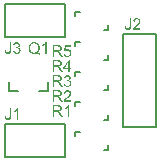
<source format=gto>
G04 Layer_Color=65535*
%FSLAX25Y25*%
%MOIN*%
G70*
G01*
G75*
%ADD17C,0.00600*%
G36*
X118939Y139000D02*
X118467D01*
Y142002D01*
X118461Y141997D01*
X118433Y141975D01*
X118400Y141941D01*
X118345Y141903D01*
X118284Y141853D01*
X118206Y141797D01*
X118117Y141736D01*
X118017Y141675D01*
X118012D01*
X118006Y141670D01*
X117973Y141647D01*
X117917Y141620D01*
X117851Y141586D01*
X117773Y141548D01*
X117690Y141509D01*
X117606Y141470D01*
X117523Y141436D01*
Y141892D01*
X117529D01*
X117540Y141903D01*
X117562Y141908D01*
X117590Y141925D01*
X117623Y141941D01*
X117662Y141964D01*
X117756Y142019D01*
X117867Y142080D01*
X117978Y142158D01*
X118095Y142247D01*
X118211Y142341D01*
X118217Y142347D01*
X118223Y142352D01*
X118239Y142369D01*
X118261Y142385D01*
X118311Y142441D01*
X118378Y142508D01*
X118445Y142585D01*
X118517Y142674D01*
X118578Y142763D01*
X118633Y142857D01*
X118939D01*
Y139000D01*
D02*
G37*
G36*
X114926Y142902D02*
X114976D01*
X115026Y142896D01*
X115092Y142885D01*
X115159Y142874D01*
X115303Y142846D01*
X115470Y142802D01*
X115631Y142735D01*
X115714Y142696D01*
X115797Y142652D01*
X115803Y142646D01*
X115814Y142641D01*
X115836Y142624D01*
X115869Y142607D01*
X115903Y142580D01*
X115947Y142546D01*
X116041Y142469D01*
X116141Y142369D01*
X116252Y142247D01*
X116358Y142102D01*
X116447Y141941D01*
Y141936D01*
X116458Y141919D01*
X116469Y141897D01*
X116480Y141864D01*
X116502Y141819D01*
X116519Y141770D01*
X116541Y141708D01*
X116563Y141642D01*
X116580Y141570D01*
X116602Y141492D01*
X116624Y141409D01*
X116641Y141320D01*
X116663Y141126D01*
X116674Y140920D01*
Y140915D01*
Y140898D01*
Y140876D01*
Y140843D01*
X116669Y140798D01*
Y140748D01*
X116663Y140693D01*
X116657Y140637D01*
X116641Y140504D01*
X116613Y140360D01*
X116580Y140210D01*
X116530Y140066D01*
Y140060D01*
X116524Y140049D01*
X116513Y140027D01*
X116502Y140005D01*
X116485Y139971D01*
X116469Y139932D01*
X116424Y139844D01*
X116363Y139738D01*
X116286Y139627D01*
X116197Y139516D01*
X116097Y139405D01*
X116102D01*
X116114Y139394D01*
X116130Y139383D01*
X116158Y139366D01*
X116186Y139344D01*
X116225Y139322D01*
X116308Y139272D01*
X116408Y139211D01*
X116519Y139150D01*
X116635Y139100D01*
X116746Y139050D01*
X116596Y138700D01*
X116591D01*
X116580Y138706D01*
X116558Y138717D01*
X116524Y138728D01*
X116485Y138745D01*
X116441Y138767D01*
X116391Y138789D01*
X116335Y138817D01*
X116213Y138883D01*
X116075Y138961D01*
X115925Y139061D01*
X115770Y139172D01*
X115764D01*
X115753Y139161D01*
X115725Y139150D01*
X115697Y139133D01*
X115653Y139117D01*
X115609Y139094D01*
X115553Y139078D01*
X115492Y139056D01*
X115425Y139033D01*
X115353Y139011D01*
X115192Y138972D01*
X115015Y138944D01*
X114920Y138939D01*
X114826Y138933D01*
X114776D01*
X114737Y138939D01*
X114693D01*
X114637Y138944D01*
X114576Y138956D01*
X114510Y138967D01*
X114365Y138995D01*
X114204Y139039D01*
X114038Y139100D01*
X113960Y139139D01*
X113877Y139183D01*
X113871Y139189D01*
X113860Y139194D01*
X113838Y139211D01*
X113810Y139227D01*
X113771Y139255D01*
X113733Y139289D01*
X113638Y139366D01*
X113533Y139466D01*
X113427Y139588D01*
X113322Y139727D01*
X113227Y139888D01*
Y139894D01*
X113216Y139910D01*
X113205Y139932D01*
X113194Y139966D01*
X113178Y140010D01*
X113155Y140060D01*
X113133Y140121D01*
X113117Y140188D01*
X113094Y140260D01*
X113072Y140338D01*
X113056Y140421D01*
X113033Y140515D01*
X113011Y140709D01*
X113000Y140915D01*
Y140920D01*
Y140943D01*
Y140970D01*
X113005Y141009D01*
Y141059D01*
X113011Y141120D01*
X113017Y141187D01*
X113028Y141259D01*
X113056Y141420D01*
X113094Y141592D01*
X113150Y141775D01*
X113227Y141953D01*
X113233Y141958D01*
X113239Y141975D01*
X113250Y141997D01*
X113272Y142030D01*
X113294Y142069D01*
X113322Y142114D01*
X113400Y142219D01*
X113488Y142330D01*
X113605Y142447D01*
X113733Y142563D01*
X113882Y142663D01*
X113888Y142669D01*
X113905Y142674D01*
X113927Y142685D01*
X113960Y142702D01*
X113999Y142719D01*
X114043Y142741D01*
X114099Y142763D01*
X114160Y142785D01*
X114232Y142807D01*
X114304Y142830D01*
X114465Y142868D01*
X114643Y142896D01*
X114737Y142907D01*
X114887D01*
X114926Y142902D01*
D02*
G37*
G36*
X122826Y121835D02*
X122876D01*
X122993Y121829D01*
X123115Y121813D01*
X123248Y121796D01*
X123370Y121768D01*
X123431Y121752D01*
X123481Y121735D01*
X123486D01*
X123492Y121730D01*
X123525Y121713D01*
X123575Y121691D01*
X123636Y121652D01*
X123703Y121602D01*
X123775Y121535D01*
X123842Y121458D01*
X123908Y121369D01*
Y121363D01*
X123914Y121358D01*
X123936Y121325D01*
X123958Y121269D01*
X123992Y121197D01*
X124019Y121114D01*
X124047Y121014D01*
X124064Y120908D01*
X124069Y120792D01*
Y120786D01*
Y120775D01*
Y120753D01*
X124064Y120725D01*
Y120686D01*
X124058Y120647D01*
X124036Y120553D01*
X124003Y120442D01*
X123958Y120326D01*
X123892Y120209D01*
X123847Y120153D01*
X123803Y120098D01*
X123797Y120092D01*
X123792Y120087D01*
X123775Y120070D01*
X123753Y120054D01*
X123725Y120031D01*
X123692Y120009D01*
X123647Y119981D01*
X123603Y119948D01*
X123547Y119920D01*
X123486Y119893D01*
X123420Y119859D01*
X123348Y119832D01*
X123264Y119809D01*
X123181Y119781D01*
X123087Y119765D01*
X122987Y119748D01*
X122998Y119743D01*
X123020Y119732D01*
X123054Y119709D01*
X123098Y119687D01*
X123198Y119626D01*
X123248Y119587D01*
X123292Y119554D01*
X123303Y119543D01*
X123331Y119515D01*
X123375Y119471D01*
X123431Y119415D01*
X123492Y119338D01*
X123564Y119254D01*
X123636Y119154D01*
X123714Y119043D01*
X124374Y118000D01*
X123742D01*
X123237Y118799D01*
Y118805D01*
X123225Y118816D01*
X123214Y118833D01*
X123198Y118855D01*
X123159Y118916D01*
X123109Y118993D01*
X123048Y119077D01*
X122987Y119166D01*
X122926Y119249D01*
X122870Y119326D01*
X122865Y119332D01*
X122848Y119354D01*
X122820Y119387D01*
X122782Y119426D01*
X122698Y119510D01*
X122654Y119548D01*
X122609Y119582D01*
X122604Y119587D01*
X122593Y119593D01*
X122571Y119604D01*
X122537Y119621D01*
X122504Y119637D01*
X122465Y119654D01*
X122376Y119682D01*
X122371D01*
X122360Y119687D01*
X122338D01*
X122310Y119693D01*
X122271Y119698D01*
X122227D01*
X122166Y119704D01*
X121511D01*
Y118000D01*
X121000D01*
Y121841D01*
X122782D01*
X122826Y121835D01*
D02*
G37*
G36*
Y126835D02*
X122876D01*
X122993Y126830D01*
X123115Y126813D01*
X123248Y126796D01*
X123370Y126769D01*
X123431Y126752D01*
X123481Y126735D01*
X123486D01*
X123492Y126730D01*
X123525Y126713D01*
X123575Y126691D01*
X123636Y126652D01*
X123703Y126602D01*
X123775Y126535D01*
X123842Y126458D01*
X123908Y126369D01*
Y126363D01*
X123914Y126358D01*
X123936Y126324D01*
X123958Y126269D01*
X123992Y126197D01*
X124019Y126114D01*
X124047Y126014D01*
X124064Y125908D01*
X124069Y125792D01*
Y125786D01*
Y125775D01*
Y125753D01*
X124064Y125725D01*
Y125686D01*
X124058Y125647D01*
X124036Y125553D01*
X124003Y125442D01*
X123958Y125326D01*
X123892Y125209D01*
X123847Y125153D01*
X123803Y125098D01*
X123797Y125092D01*
X123792Y125087D01*
X123775Y125070D01*
X123753Y125054D01*
X123725Y125031D01*
X123692Y125009D01*
X123647Y124981D01*
X123603Y124948D01*
X123547Y124920D01*
X123486Y124893D01*
X123420Y124859D01*
X123348Y124831D01*
X123264Y124809D01*
X123181Y124782D01*
X123087Y124765D01*
X122987Y124748D01*
X122998Y124743D01*
X123020Y124732D01*
X123054Y124709D01*
X123098Y124687D01*
X123198Y124626D01*
X123248Y124587D01*
X123292Y124554D01*
X123303Y124543D01*
X123331Y124515D01*
X123375Y124471D01*
X123431Y124415D01*
X123492Y124338D01*
X123564Y124254D01*
X123636Y124154D01*
X123714Y124043D01*
X124374Y123000D01*
X123742D01*
X123237Y123799D01*
Y123805D01*
X123225Y123816D01*
X123214Y123832D01*
X123198Y123855D01*
X123159Y123916D01*
X123109Y123994D01*
X123048Y124077D01*
X122987Y124165D01*
X122926Y124249D01*
X122870Y124326D01*
X122865Y124332D01*
X122848Y124354D01*
X122820Y124388D01*
X122782Y124426D01*
X122698Y124510D01*
X122654Y124548D01*
X122609Y124582D01*
X122604Y124587D01*
X122593Y124593D01*
X122571Y124604D01*
X122537Y124621D01*
X122504Y124637D01*
X122465Y124654D01*
X122376Y124682D01*
X122371D01*
X122360Y124687D01*
X122338D01*
X122310Y124693D01*
X122271Y124698D01*
X122227D01*
X122166Y124704D01*
X121511D01*
Y123000D01*
X121000D01*
Y126841D01*
X122782D01*
X122826Y126835D01*
D02*
G37*
G36*
X126450Y118000D02*
X125978D01*
Y121002D01*
X125973Y120997D01*
X125945Y120975D01*
X125912Y120941D01*
X125856Y120903D01*
X125795Y120853D01*
X125717Y120797D01*
X125629Y120736D01*
X125529Y120675D01*
X125523D01*
X125518Y120670D01*
X125484Y120647D01*
X125429Y120620D01*
X125362Y120586D01*
X125285Y120547D01*
X125201Y120509D01*
X125118Y120470D01*
X125035Y120436D01*
Y120892D01*
X125040D01*
X125051Y120903D01*
X125074Y120908D01*
X125101Y120925D01*
X125135Y120941D01*
X125174Y120964D01*
X125268Y121019D01*
X125379Y121080D01*
X125490Y121158D01*
X125607Y121247D01*
X125723Y121341D01*
X125729Y121347D01*
X125734Y121352D01*
X125751Y121369D01*
X125773Y121386D01*
X125823Y121441D01*
X125890Y121508D01*
X125956Y121585D01*
X126028Y121674D01*
X126089Y121763D01*
X126145Y121857D01*
X126450D01*
Y118000D01*
D02*
G37*
G36*
X109085Y142852D02*
X109157Y142841D01*
X109246Y142824D01*
X109346Y142796D01*
X109446Y142763D01*
X109546Y142719D01*
X109551D01*
X109556Y142713D01*
X109590Y142696D01*
X109640Y142663D01*
X109695Y142624D01*
X109762Y142569D01*
X109828Y142508D01*
X109895Y142435D01*
X109951Y142352D01*
X109956Y142341D01*
X109973Y142313D01*
X109995Y142263D01*
X110023Y142202D01*
X110050Y142130D01*
X110073Y142047D01*
X110089Y141953D01*
X110095Y141858D01*
Y141847D01*
Y141814D01*
X110089Y141770D01*
X110078Y141708D01*
X110062Y141636D01*
X110034Y141559D01*
X110001Y141481D01*
X109956Y141403D01*
X109951Y141392D01*
X109934Y141370D01*
X109901Y141331D01*
X109856Y141287D01*
X109801Y141237D01*
X109734Y141181D01*
X109656Y141131D01*
X109562Y141081D01*
X109568D01*
X109579Y141076D01*
X109595Y141070D01*
X109618Y141065D01*
X109679Y141042D01*
X109756Y141009D01*
X109845Y140965D01*
X109934Y140909D01*
X110017Y140837D01*
X110095Y140754D01*
X110100Y140743D01*
X110123Y140709D01*
X110156Y140654D01*
X110189Y140582D01*
X110223Y140493D01*
X110256Y140387D01*
X110278Y140265D01*
X110284Y140132D01*
Y140127D01*
Y140110D01*
Y140082D01*
X110278Y140049D01*
X110273Y140005D01*
X110261Y139955D01*
X110250Y139899D01*
X110239Y139838D01*
X110195Y139705D01*
X110161Y139633D01*
X110128Y139566D01*
X110084Y139494D01*
X110034Y139422D01*
X109978Y139350D01*
X109912Y139283D01*
X109906Y139278D01*
X109895Y139266D01*
X109873Y139250D01*
X109845Y139227D01*
X109812Y139200D01*
X109767Y139172D01*
X109718Y139139D01*
X109656Y139111D01*
X109595Y139078D01*
X109523Y139044D01*
X109451Y139017D01*
X109368Y138989D01*
X109279Y138967D01*
X109185Y138950D01*
X109090Y138939D01*
X108985Y138933D01*
X108935D01*
X108902Y138939D01*
X108857Y138944D01*
X108807Y138950D01*
X108752Y138961D01*
X108691Y138972D01*
X108557Y139005D01*
X108419Y139061D01*
X108347Y139094D01*
X108280Y139133D01*
X108213Y139183D01*
X108147Y139233D01*
X108141Y139239D01*
X108130Y139250D01*
X108114Y139266D01*
X108097Y139289D01*
X108069Y139316D01*
X108041Y139355D01*
X108008Y139394D01*
X107975Y139444D01*
X107941Y139499D01*
X107908Y139555D01*
X107847Y139688D01*
X107797Y139844D01*
X107781Y139927D01*
X107770Y140016D01*
X108241Y140077D01*
Y140071D01*
X108247Y140060D01*
X108252Y140038D01*
X108258Y140010D01*
X108263Y139977D01*
X108274Y139938D01*
X108302Y139855D01*
X108341Y139755D01*
X108391Y139660D01*
X108447Y139572D01*
X108513Y139494D01*
X108524Y139488D01*
X108546Y139466D01*
X108591Y139438D01*
X108646Y139411D01*
X108713Y139377D01*
X108796Y139350D01*
X108891Y139327D01*
X108991Y139322D01*
X109024D01*
X109046Y139327D01*
X109107Y139333D01*
X109185Y139350D01*
X109274Y139377D01*
X109368Y139416D01*
X109462Y139472D01*
X109551Y139550D01*
X109562Y139560D01*
X109590Y139594D01*
X109623Y139644D01*
X109668Y139710D01*
X109712Y139794D01*
X109745Y139888D01*
X109773Y139999D01*
X109784Y140121D01*
Y140127D01*
Y140138D01*
Y140154D01*
X109778Y140177D01*
X109773Y140238D01*
X109756Y140310D01*
X109734Y140399D01*
X109695Y140487D01*
X109640Y140576D01*
X109568Y140659D01*
X109556Y140671D01*
X109529Y140693D01*
X109484Y140726D01*
X109423Y140765D01*
X109346Y140804D01*
X109251Y140837D01*
X109146Y140859D01*
X109029Y140870D01*
X108979D01*
X108940Y140865D01*
X108891Y140859D01*
X108835Y140848D01*
X108768Y140837D01*
X108696Y140820D01*
X108752Y141237D01*
X108780D01*
X108802Y141231D01*
X108874D01*
X108935Y141242D01*
X109007Y141253D01*
X109090Y141270D01*
X109185Y141298D01*
X109274Y141337D01*
X109368Y141386D01*
X109373D01*
X109379Y141392D01*
X109407Y141414D01*
X109446Y141453D01*
X109490Y141503D01*
X109534Y141575D01*
X109573Y141658D01*
X109601Y141753D01*
X109612Y141808D01*
Y141869D01*
Y141875D01*
Y141880D01*
Y141914D01*
X109601Y141958D01*
X109590Y142019D01*
X109568Y142086D01*
X109540Y142158D01*
X109495Y142230D01*
X109434Y142297D01*
X109429Y142302D01*
X109401Y142324D01*
X109362Y142352D01*
X109312Y142385D01*
X109246Y142413D01*
X109168Y142441D01*
X109079Y142463D01*
X108979Y142469D01*
X108935D01*
X108885Y142458D01*
X108818Y142447D01*
X108746Y142424D01*
X108674Y142397D01*
X108596Y142352D01*
X108524Y142297D01*
X108519Y142291D01*
X108496Y142263D01*
X108463Y142225D01*
X108424Y142169D01*
X108386Y142097D01*
X108347Y142008D01*
X108313Y141903D01*
X108291Y141780D01*
X107819Y141864D01*
Y141869D01*
X107825Y141886D01*
X107831Y141908D01*
X107836Y141941D01*
X107847Y141980D01*
X107864Y142025D01*
X107897Y142130D01*
X107953Y142252D01*
X108019Y142374D01*
X108102Y142491D01*
X108208Y142596D01*
X108213Y142602D01*
X108224Y142607D01*
X108241Y142619D01*
X108263Y142635D01*
X108291Y142657D01*
X108330Y142680D01*
X108369Y142702D01*
X108419Y142730D01*
X108530Y142774D01*
X108657Y142818D01*
X108807Y142846D01*
X108885Y142857D01*
X109024D01*
X109085Y142852D01*
D02*
G37*
G36*
X107126Y118221D02*
Y118216D01*
Y118199D01*
Y118177D01*
Y118143D01*
X107120Y118099D01*
Y118054D01*
X107109Y117949D01*
X107098Y117827D01*
X107076Y117699D01*
X107042Y117583D01*
X107003Y117472D01*
Y117466D01*
X106998Y117461D01*
X106981Y117427D01*
X106954Y117383D01*
X106915Y117322D01*
X106859Y117261D01*
X106798Y117194D01*
X106720Y117128D01*
X106632Y117072D01*
X106621Y117067D01*
X106587Y117050D01*
X106537Y117028D01*
X106465Y117006D01*
X106376Y116978D01*
X106277Y116956D01*
X106166Y116939D01*
X106043Y116933D01*
X105993D01*
X105960Y116939D01*
X105916Y116945D01*
X105871Y116950D01*
X105755Y116972D01*
X105633Y117006D01*
X105505Y117055D01*
X105438Y117089D01*
X105377Y117128D01*
X105322Y117172D01*
X105266Y117222D01*
X105261Y117227D01*
X105255Y117233D01*
X105244Y117255D01*
X105227Y117278D01*
X105205Y117305D01*
X105183Y117344D01*
X105161Y117388D01*
X105133Y117438D01*
X105111Y117494D01*
X105089Y117561D01*
X105067Y117627D01*
X105044Y117705D01*
X105033Y117788D01*
X105017Y117882D01*
X105011Y117977D01*
Y118082D01*
X105472Y118149D01*
Y118143D01*
Y118132D01*
Y118110D01*
X105477Y118077D01*
X105483Y118043D01*
Y118005D01*
X105499Y117910D01*
X105516Y117810D01*
X105550Y117710D01*
X105583Y117622D01*
X105605Y117583D01*
X105633Y117550D01*
X105638Y117544D01*
X105660Y117527D01*
X105694Y117499D01*
X105738Y117472D01*
X105799Y117438D01*
X105866Y117416D01*
X105949Y117394D01*
X106038Y117388D01*
X106071D01*
X106104Y117394D01*
X106154Y117400D01*
X106204Y117411D01*
X106260Y117422D01*
X106315Y117444D01*
X106371Y117472D01*
X106376Y117477D01*
X106393Y117488D01*
X106415Y117511D01*
X106449Y117533D01*
X106476Y117572D01*
X106510Y117611D01*
X106537Y117655D01*
X106560Y117710D01*
Y117716D01*
X106571Y117738D01*
X106576Y117777D01*
X106587Y117827D01*
X106598Y117894D01*
X106604Y117977D01*
X106615Y118077D01*
Y118193D01*
Y120841D01*
X107126D01*
Y118221D01*
D02*
G37*
G36*
X109540Y117000D02*
X109068D01*
Y120002D01*
X109063Y119997D01*
X109035Y119975D01*
X109002Y119941D01*
X108946Y119903D01*
X108885Y119853D01*
X108807Y119797D01*
X108719Y119736D01*
X108619Y119675D01*
X108613D01*
X108607Y119670D01*
X108574Y119647D01*
X108519Y119620D01*
X108452Y119586D01*
X108374Y119547D01*
X108291Y119509D01*
X108208Y119470D01*
X108125Y119436D01*
Y119892D01*
X108130D01*
X108141Y119903D01*
X108163Y119908D01*
X108191Y119925D01*
X108224Y119941D01*
X108263Y119964D01*
X108358Y120019D01*
X108469Y120080D01*
X108580Y120158D01*
X108696Y120247D01*
X108813Y120341D01*
X108818Y120347D01*
X108824Y120352D01*
X108841Y120369D01*
X108863Y120386D01*
X108913Y120441D01*
X108979Y120508D01*
X109046Y120585D01*
X109118Y120674D01*
X109179Y120763D01*
X109235Y120857D01*
X109540D01*
Y117000D01*
D02*
G37*
G36*
X149129Y150852D02*
X149174Y150846D01*
X149229Y150841D01*
X149290Y150830D01*
X149351Y150818D01*
X149495Y150779D01*
X149640Y150724D01*
X149712Y150691D01*
X149784Y150652D01*
X149851Y150602D01*
X149912Y150547D01*
X149917Y150541D01*
X149928Y150535D01*
X149940Y150513D01*
X149962Y150491D01*
X149989Y150463D01*
X150017Y150424D01*
X150045Y150385D01*
X150078Y150336D01*
X150134Y150230D01*
X150189Y150097D01*
X150211Y150030D01*
X150223Y149953D01*
X150234Y149875D01*
X150239Y149792D01*
Y149780D01*
Y149753D01*
X150234Y149708D01*
X150228Y149647D01*
X150217Y149581D01*
X150195Y149503D01*
X150173Y149420D01*
X150139Y149337D01*
X150134Y149326D01*
X150123Y149298D01*
X150101Y149253D01*
X150067Y149192D01*
X150023Y149126D01*
X149967Y149042D01*
X149901Y148959D01*
X149823Y148865D01*
X149812Y148854D01*
X149784Y148820D01*
X149756Y148793D01*
X149729Y148765D01*
X149695Y148732D01*
X149651Y148687D01*
X149607Y148643D01*
X149551Y148593D01*
X149495Y148537D01*
X149429Y148476D01*
X149357Y148415D01*
X149279Y148343D01*
X149190Y148271D01*
X149101Y148193D01*
X149096Y148188D01*
X149085Y148177D01*
X149063Y148160D01*
X149035Y148138D01*
X149002Y148104D01*
X148963Y148071D01*
X148874Y147999D01*
X148779Y147916D01*
X148691Y147833D01*
X148613Y147760D01*
X148580Y147733D01*
X148552Y147705D01*
X148547Y147699D01*
X148530Y147683D01*
X148508Y147660D01*
X148480Y147627D01*
X148452Y147588D01*
X148419Y147549D01*
X148352Y147455D01*
X150245D01*
Y147000D01*
X147697D01*
Y147005D01*
Y147028D01*
Y147061D01*
X147703Y147105D01*
X147708Y147155D01*
X147720Y147211D01*
X147731Y147266D01*
X147753Y147327D01*
Y147333D01*
X147758Y147339D01*
X147769Y147372D01*
X147792Y147422D01*
X147825Y147488D01*
X147869Y147566D01*
X147925Y147655D01*
X147986Y147744D01*
X148064Y147838D01*
Y147844D01*
X148075Y147849D01*
X148102Y147882D01*
X148152Y147932D01*
X148224Y148004D01*
X148308Y148088D01*
X148413Y148188D01*
X148541Y148299D01*
X148680Y148415D01*
X148685Y148421D01*
X148707Y148437D01*
X148741Y148465D01*
X148779Y148498D01*
X148829Y148543D01*
X148891Y148593D01*
X148952Y148648D01*
X149024Y148709D01*
X149162Y148843D01*
X149301Y148976D01*
X149368Y149042D01*
X149429Y149109D01*
X149484Y149170D01*
X149529Y149231D01*
Y149237D01*
X149540Y149242D01*
X149551Y149259D01*
X149562Y149281D01*
X149601Y149342D01*
X149645Y149414D01*
X149684Y149503D01*
X149723Y149597D01*
X149745Y149703D01*
X149756Y149803D01*
Y149808D01*
Y149814D01*
X149751Y149847D01*
X149745Y149903D01*
X149729Y149964D01*
X149706Y150041D01*
X149668Y150119D01*
X149618Y150197D01*
X149551Y150275D01*
X149540Y150286D01*
X149512Y150308D01*
X149473Y150336D01*
X149412Y150374D01*
X149335Y150408D01*
X149246Y150441D01*
X149140Y150463D01*
X149024Y150469D01*
X148990D01*
X148968Y150463D01*
X148902Y150458D01*
X148824Y150441D01*
X148741Y150419D01*
X148646Y150380D01*
X148557Y150330D01*
X148474Y150263D01*
X148463Y150252D01*
X148441Y150224D01*
X148408Y150180D01*
X148374Y150114D01*
X148336Y150036D01*
X148302Y149936D01*
X148280Y149825D01*
X148269Y149697D01*
X147786Y149747D01*
Y149753D01*
X147792Y149769D01*
Y149797D01*
X147797Y149836D01*
X147808Y149880D01*
X147819Y149930D01*
X147836Y149992D01*
X147853Y150052D01*
X147897Y150186D01*
X147964Y150319D01*
X148003Y150385D01*
X148053Y150452D01*
X148102Y150513D01*
X148158Y150569D01*
X148163Y150574D01*
X148175Y150580D01*
X148191Y150596D01*
X148219Y150613D01*
X148252Y150635D01*
X148291Y150657D01*
X148336Y150685D01*
X148391Y150713D01*
X148452Y150741D01*
X148519Y150768D01*
X148591Y150791D01*
X148669Y150813D01*
X148752Y150830D01*
X148841Y150846D01*
X148935Y150852D01*
X149035Y150857D01*
X149090D01*
X149129Y150852D01*
D02*
G37*
G36*
X107126Y140221D02*
Y140216D01*
Y140199D01*
Y140177D01*
Y140143D01*
X107120Y140099D01*
Y140055D01*
X107109Y139949D01*
X107098Y139827D01*
X107076Y139699D01*
X107042Y139583D01*
X107003Y139472D01*
Y139466D01*
X106998Y139461D01*
X106981Y139427D01*
X106954Y139383D01*
X106915Y139322D01*
X106859Y139261D01*
X106798Y139194D01*
X106720Y139128D01*
X106632Y139072D01*
X106621Y139067D01*
X106587Y139050D01*
X106537Y139028D01*
X106465Y139005D01*
X106376Y138978D01*
X106277Y138956D01*
X106166Y138939D01*
X106043Y138933D01*
X105993D01*
X105960Y138939D01*
X105916Y138944D01*
X105871Y138950D01*
X105755Y138972D01*
X105633Y139005D01*
X105505Y139056D01*
X105438Y139089D01*
X105377Y139128D01*
X105322Y139172D01*
X105266Y139222D01*
X105261Y139227D01*
X105255Y139233D01*
X105244Y139255D01*
X105227Y139278D01*
X105205Y139305D01*
X105183Y139344D01*
X105161Y139389D01*
X105133Y139438D01*
X105111Y139494D01*
X105089Y139560D01*
X105067Y139627D01*
X105044Y139705D01*
X105033Y139788D01*
X105017Y139882D01*
X105011Y139977D01*
Y140082D01*
X105472Y140149D01*
Y140143D01*
Y140132D01*
Y140110D01*
X105477Y140077D01*
X105483Y140043D01*
Y140005D01*
X105499Y139910D01*
X105516Y139810D01*
X105550Y139710D01*
X105583Y139622D01*
X105605Y139583D01*
X105633Y139550D01*
X105638Y139544D01*
X105660Y139527D01*
X105694Y139499D01*
X105738Y139472D01*
X105799Y139438D01*
X105866Y139416D01*
X105949Y139394D01*
X106038Y139389D01*
X106071D01*
X106104Y139394D01*
X106154Y139400D01*
X106204Y139411D01*
X106260Y139422D01*
X106315Y139444D01*
X106371Y139472D01*
X106376Y139477D01*
X106393Y139488D01*
X106415Y139511D01*
X106449Y139533D01*
X106476Y139572D01*
X106510Y139611D01*
X106537Y139655D01*
X106560Y139710D01*
Y139716D01*
X106571Y139738D01*
X106576Y139777D01*
X106587Y139827D01*
X106598Y139894D01*
X106604Y139977D01*
X106615Y140077D01*
Y140193D01*
Y142841D01*
X107126D01*
Y140221D01*
D02*
G37*
G36*
X147126Y148221D02*
Y148215D01*
Y148199D01*
Y148177D01*
Y148143D01*
X147120Y148099D01*
Y148055D01*
X147109Y147949D01*
X147098Y147827D01*
X147076Y147699D01*
X147042Y147583D01*
X147003Y147472D01*
Y147466D01*
X146998Y147461D01*
X146981Y147427D01*
X146954Y147383D01*
X146915Y147322D01*
X146859Y147261D01*
X146798Y147194D01*
X146721Y147128D01*
X146632Y147072D01*
X146621Y147067D01*
X146587Y147050D01*
X146537Y147028D01*
X146465Y147005D01*
X146376Y146978D01*
X146276Y146956D01*
X146166Y146939D01*
X146043Y146933D01*
X145993D01*
X145960Y146939D01*
X145916Y146944D01*
X145871Y146950D01*
X145755Y146972D01*
X145633Y147005D01*
X145505Y147055D01*
X145438Y147089D01*
X145377Y147128D01*
X145322Y147172D01*
X145266Y147222D01*
X145261Y147228D01*
X145255Y147233D01*
X145244Y147255D01*
X145228Y147277D01*
X145205Y147305D01*
X145183Y147344D01*
X145161Y147389D01*
X145133Y147438D01*
X145111Y147494D01*
X145089Y147561D01*
X145067Y147627D01*
X145044Y147705D01*
X145033Y147788D01*
X145017Y147882D01*
X145011Y147977D01*
Y148082D01*
X145472Y148149D01*
Y148143D01*
Y148132D01*
Y148110D01*
X145477Y148077D01*
X145483Y148043D01*
Y148004D01*
X145500Y147910D01*
X145516Y147810D01*
X145549Y147710D01*
X145583Y147622D01*
X145605Y147583D01*
X145633Y147549D01*
X145638Y147544D01*
X145660Y147527D01*
X145694Y147500D01*
X145738Y147472D01*
X145799Y147438D01*
X145866Y147416D01*
X145949Y147394D01*
X146038Y147389D01*
X146071D01*
X146104Y147394D01*
X146154Y147400D01*
X146204Y147411D01*
X146260Y147422D01*
X146315Y147444D01*
X146371Y147472D01*
X146376Y147477D01*
X146393Y147488D01*
X146415Y147511D01*
X146449Y147533D01*
X146476Y147572D01*
X146510Y147610D01*
X146537Y147655D01*
X146560Y147710D01*
Y147716D01*
X146571Y147738D01*
X146576Y147777D01*
X146587Y147827D01*
X146598Y147894D01*
X146604Y147977D01*
X146615Y148077D01*
Y148193D01*
Y150841D01*
X147126D01*
Y148221D01*
D02*
G37*
G36*
X126039Y126852D02*
X126084Y126846D01*
X126139Y126841D01*
X126200Y126830D01*
X126261Y126818D01*
X126406Y126779D01*
X126550Y126724D01*
X126622Y126691D01*
X126694Y126652D01*
X126761Y126602D01*
X126822Y126547D01*
X126828Y126541D01*
X126839Y126535D01*
X126850Y126513D01*
X126872Y126491D01*
X126900Y126463D01*
X126927Y126424D01*
X126955Y126385D01*
X126988Y126336D01*
X127044Y126230D01*
X127100Y126097D01*
X127122Y126030D01*
X127133Y125953D01*
X127144Y125875D01*
X127149Y125792D01*
Y125780D01*
Y125753D01*
X127144Y125708D01*
X127138Y125647D01*
X127127Y125581D01*
X127105Y125503D01*
X127083Y125420D01*
X127050Y125337D01*
X127044Y125326D01*
X127033Y125298D01*
X127011Y125253D01*
X126977Y125192D01*
X126933Y125126D01*
X126877Y125042D01*
X126811Y124959D01*
X126733Y124865D01*
X126722Y124854D01*
X126694Y124820D01*
X126667Y124793D01*
X126639Y124765D01*
X126605Y124732D01*
X126561Y124687D01*
X126517Y124643D01*
X126461Y124593D01*
X126406Y124537D01*
X126339Y124476D01*
X126267Y124415D01*
X126189Y124343D01*
X126101Y124271D01*
X126012Y124193D01*
X126006Y124188D01*
X125995Y124177D01*
X125973Y124160D01*
X125945Y124138D01*
X125912Y124104D01*
X125873Y124071D01*
X125784Y123999D01*
X125690Y123916D01*
X125601Y123832D01*
X125523Y123760D01*
X125490Y123733D01*
X125462Y123705D01*
X125457Y123699D01*
X125440Y123683D01*
X125418Y123660D01*
X125390Y123627D01*
X125362Y123588D01*
X125329Y123549D01*
X125262Y123455D01*
X127155D01*
Y123000D01*
X124608D01*
Y123005D01*
Y123028D01*
Y123061D01*
X124613Y123105D01*
X124619Y123155D01*
X124630Y123211D01*
X124641Y123266D01*
X124663Y123327D01*
Y123333D01*
X124669Y123339D01*
X124680Y123372D01*
X124702Y123422D01*
X124735Y123488D01*
X124779Y123566D01*
X124835Y123655D01*
X124896Y123744D01*
X124974Y123838D01*
Y123844D01*
X124985Y123849D01*
X125013Y123882D01*
X125063Y123932D01*
X125135Y124004D01*
X125218Y124088D01*
X125323Y124188D01*
X125451Y124299D01*
X125590Y124415D01*
X125595Y124421D01*
X125618Y124437D01*
X125651Y124465D01*
X125690Y124498D01*
X125740Y124543D01*
X125801Y124593D01*
X125862Y124648D01*
X125934Y124709D01*
X126073Y124843D01*
X126211Y124976D01*
X126278Y125042D01*
X126339Y125109D01*
X126395Y125170D01*
X126439Y125231D01*
Y125237D01*
X126450Y125242D01*
X126461Y125259D01*
X126472Y125281D01*
X126511Y125342D01*
X126556Y125414D01*
X126594Y125503D01*
X126633Y125597D01*
X126655Y125703D01*
X126667Y125803D01*
Y125808D01*
Y125814D01*
X126661Y125847D01*
X126655Y125903D01*
X126639Y125964D01*
X126617Y126041D01*
X126578Y126119D01*
X126528Y126197D01*
X126461Y126275D01*
X126450Y126286D01*
X126422Y126308D01*
X126383Y126336D01*
X126322Y126374D01*
X126245Y126408D01*
X126156Y126441D01*
X126050Y126463D01*
X125934Y126469D01*
X125901D01*
X125878Y126463D01*
X125812Y126458D01*
X125734Y126441D01*
X125651Y126419D01*
X125557Y126380D01*
X125468Y126330D01*
X125384Y126263D01*
X125373Y126252D01*
X125351Y126225D01*
X125318Y126180D01*
X125285Y126114D01*
X125246Y126036D01*
X125212Y125936D01*
X125190Y125825D01*
X125179Y125697D01*
X124696Y125747D01*
Y125753D01*
X124702Y125769D01*
Y125797D01*
X124707Y125836D01*
X124718Y125880D01*
X124730Y125930D01*
X124746Y125991D01*
X124763Y126052D01*
X124807Y126186D01*
X124874Y126319D01*
X124913Y126385D01*
X124963Y126452D01*
X125013Y126513D01*
X125068Y126569D01*
X125074Y126574D01*
X125085Y126580D01*
X125101Y126596D01*
X125129Y126613D01*
X125162Y126635D01*
X125201Y126657D01*
X125246Y126685D01*
X125301Y126713D01*
X125362Y126741D01*
X125429Y126769D01*
X125501Y126791D01*
X125579Y126813D01*
X125662Y126830D01*
X125751Y126846D01*
X125845Y126852D01*
X125945Y126857D01*
X126000D01*
X126039Y126852D01*
D02*
G37*
G36*
X122826Y136835D02*
X122876D01*
X122993Y136829D01*
X123115Y136813D01*
X123248Y136796D01*
X123370Y136768D01*
X123431Y136752D01*
X123481Y136735D01*
X123486D01*
X123492Y136730D01*
X123525Y136713D01*
X123575Y136691D01*
X123636Y136652D01*
X123703Y136602D01*
X123775Y136535D01*
X123842Y136458D01*
X123908Y136369D01*
Y136363D01*
X123914Y136358D01*
X123936Y136325D01*
X123958Y136269D01*
X123992Y136197D01*
X124019Y136114D01*
X124047Y136014D01*
X124064Y135908D01*
X124069Y135792D01*
Y135786D01*
Y135775D01*
Y135753D01*
X124064Y135725D01*
Y135686D01*
X124058Y135647D01*
X124036Y135553D01*
X124003Y135442D01*
X123958Y135326D01*
X123892Y135209D01*
X123847Y135153D01*
X123803Y135098D01*
X123797Y135092D01*
X123792Y135087D01*
X123775Y135070D01*
X123753Y135054D01*
X123725Y135031D01*
X123692Y135009D01*
X123647Y134981D01*
X123603Y134948D01*
X123547Y134920D01*
X123486Y134893D01*
X123420Y134859D01*
X123348Y134832D01*
X123264Y134809D01*
X123181Y134782D01*
X123087Y134765D01*
X122987Y134748D01*
X122998Y134743D01*
X123020Y134732D01*
X123054Y134709D01*
X123098Y134687D01*
X123198Y134626D01*
X123248Y134587D01*
X123292Y134554D01*
X123303Y134543D01*
X123331Y134515D01*
X123375Y134471D01*
X123431Y134415D01*
X123492Y134338D01*
X123564Y134254D01*
X123636Y134154D01*
X123714Y134043D01*
X124374Y133000D01*
X123742D01*
X123237Y133799D01*
Y133805D01*
X123225Y133816D01*
X123214Y133833D01*
X123198Y133855D01*
X123159Y133916D01*
X123109Y133993D01*
X123048Y134077D01*
X122987Y134166D01*
X122926Y134249D01*
X122870Y134326D01*
X122865Y134332D01*
X122848Y134354D01*
X122820Y134388D01*
X122782Y134426D01*
X122698Y134510D01*
X122654Y134548D01*
X122609Y134582D01*
X122604Y134587D01*
X122593Y134593D01*
X122571Y134604D01*
X122537Y134621D01*
X122504Y134637D01*
X122465Y134654D01*
X122376Y134682D01*
X122371D01*
X122360Y134687D01*
X122338D01*
X122310Y134693D01*
X122271Y134698D01*
X122227D01*
X122166Y134704D01*
X121511D01*
Y133000D01*
X121000D01*
Y136841D01*
X122782D01*
X122826Y136835D01*
D02*
G37*
G36*
X125995Y131852D02*
X126067Y131841D01*
X126156Y131824D01*
X126256Y131796D01*
X126356Y131763D01*
X126456Y131719D01*
X126461D01*
X126467Y131713D01*
X126500Y131696D01*
X126550Y131663D01*
X126605Y131624D01*
X126672Y131569D01*
X126739Y131508D01*
X126805Y131435D01*
X126861Y131352D01*
X126866Y131341D01*
X126883Y131313D01*
X126905Y131263D01*
X126933Y131202D01*
X126961Y131130D01*
X126983Y131047D01*
X126999Y130953D01*
X127005Y130858D01*
Y130847D01*
Y130814D01*
X126999Y130770D01*
X126988Y130708D01*
X126972Y130636D01*
X126944Y130559D01*
X126911Y130481D01*
X126866Y130403D01*
X126861Y130392D01*
X126844Y130370D01*
X126811Y130331D01*
X126767Y130287D01*
X126711Y130237D01*
X126644Y130181D01*
X126567Y130131D01*
X126472Y130081D01*
X126478D01*
X126489Y130076D01*
X126506Y130070D01*
X126528Y130065D01*
X126589Y130042D01*
X126667Y130009D01*
X126755Y129965D01*
X126844Y129909D01*
X126927Y129837D01*
X127005Y129754D01*
X127011Y129743D01*
X127033Y129709D01*
X127066Y129654D01*
X127100Y129582D01*
X127133Y129493D01*
X127166Y129387D01*
X127188Y129265D01*
X127194Y129132D01*
Y129127D01*
Y129110D01*
Y129082D01*
X127188Y129049D01*
X127183Y129005D01*
X127172Y128955D01*
X127161Y128899D01*
X127149Y128838D01*
X127105Y128705D01*
X127072Y128633D01*
X127038Y128566D01*
X126994Y128494D01*
X126944Y128422D01*
X126889Y128350D01*
X126822Y128283D01*
X126816Y128278D01*
X126805Y128266D01*
X126783Y128250D01*
X126755Y128227D01*
X126722Y128200D01*
X126678Y128172D01*
X126628Y128139D01*
X126567Y128111D01*
X126506Y128078D01*
X126433Y128044D01*
X126361Y128017D01*
X126278Y127989D01*
X126189Y127967D01*
X126095Y127950D01*
X126000Y127939D01*
X125895Y127933D01*
X125845D01*
X125812Y127939D01*
X125768Y127945D01*
X125717Y127950D01*
X125662Y127961D01*
X125601Y127972D01*
X125468Y128006D01*
X125329Y128061D01*
X125257Y128094D01*
X125190Y128133D01*
X125124Y128183D01*
X125057Y128233D01*
X125051Y128239D01*
X125040Y128250D01*
X125024Y128266D01*
X125007Y128289D01*
X124979Y128316D01*
X124952Y128355D01*
X124918Y128394D01*
X124885Y128444D01*
X124852Y128499D01*
X124818Y128555D01*
X124757Y128688D01*
X124707Y128844D01*
X124691Y128927D01*
X124680Y129016D01*
X125151Y129077D01*
Y129071D01*
X125157Y129060D01*
X125162Y129038D01*
X125168Y129010D01*
X125174Y128977D01*
X125185Y128938D01*
X125212Y128855D01*
X125251Y128755D01*
X125301Y128660D01*
X125357Y128572D01*
X125423Y128494D01*
X125434Y128488D01*
X125457Y128466D01*
X125501Y128438D01*
X125557Y128411D01*
X125623Y128377D01*
X125706Y128350D01*
X125801Y128327D01*
X125901Y128322D01*
X125934D01*
X125956Y128327D01*
X126017Y128333D01*
X126095Y128350D01*
X126184Y128377D01*
X126278Y128416D01*
X126372Y128472D01*
X126461Y128550D01*
X126472Y128560D01*
X126500Y128594D01*
X126533Y128644D01*
X126578Y128710D01*
X126622Y128794D01*
X126655Y128888D01*
X126683Y128999D01*
X126694Y129121D01*
Y129127D01*
Y129138D01*
Y129154D01*
X126689Y129177D01*
X126683Y129238D01*
X126667Y129310D01*
X126644Y129399D01*
X126605Y129487D01*
X126550Y129576D01*
X126478Y129659D01*
X126467Y129671D01*
X126439Y129693D01*
X126395Y129726D01*
X126333Y129765D01*
X126256Y129804D01*
X126162Y129837D01*
X126056Y129859D01*
X125940Y129870D01*
X125890D01*
X125851Y129865D01*
X125801Y129859D01*
X125745Y129848D01*
X125679Y129837D01*
X125607Y129820D01*
X125662Y130237D01*
X125690D01*
X125712Y130231D01*
X125784D01*
X125845Y130242D01*
X125917Y130253D01*
X126000Y130270D01*
X126095Y130298D01*
X126184Y130337D01*
X126278Y130386D01*
X126284D01*
X126289Y130392D01*
X126317Y130414D01*
X126356Y130453D01*
X126400Y130503D01*
X126445Y130575D01*
X126483Y130658D01*
X126511Y130753D01*
X126522Y130808D01*
Y130869D01*
Y130875D01*
Y130880D01*
Y130914D01*
X126511Y130958D01*
X126500Y131019D01*
X126478Y131086D01*
X126450Y131158D01*
X126406Y131230D01*
X126345Y131297D01*
X126339Y131302D01*
X126311Y131325D01*
X126272Y131352D01*
X126223Y131386D01*
X126156Y131413D01*
X126078Y131441D01*
X125989Y131463D01*
X125890Y131469D01*
X125845D01*
X125795Y131458D01*
X125729Y131447D01*
X125656Y131424D01*
X125584Y131397D01*
X125507Y131352D01*
X125434Y131297D01*
X125429Y131291D01*
X125407Y131263D01*
X125373Y131225D01*
X125335Y131169D01*
X125296Y131097D01*
X125257Y131008D01*
X125224Y130903D01*
X125201Y130780D01*
X124730Y130864D01*
Y130869D01*
X124735Y130886D01*
X124741Y130908D01*
X124746Y130941D01*
X124757Y130980D01*
X124774Y131025D01*
X124807Y131130D01*
X124863Y131252D01*
X124929Y131374D01*
X125013Y131491D01*
X125118Y131596D01*
X125124Y131602D01*
X125135Y131607D01*
X125151Y131619D01*
X125174Y131635D01*
X125201Y131657D01*
X125240Y131680D01*
X125279Y131702D01*
X125329Y131730D01*
X125440Y131774D01*
X125568Y131818D01*
X125717Y131846D01*
X125795Y131857D01*
X125934D01*
X125995Y131852D01*
D02*
G37*
G36*
X126655Y134354D02*
X127177D01*
Y133921D01*
X126655D01*
Y133000D01*
X126184D01*
Y133921D01*
X124513D01*
Y134354D01*
X126272Y136841D01*
X126655D01*
Y134354D01*
D02*
G37*
G36*
X127038Y141341D02*
X125501D01*
X125296Y140303D01*
X125301Y140309D01*
X125312Y140314D01*
X125329Y140325D01*
X125357Y140342D01*
X125390Y140359D01*
X125429Y140381D01*
X125518Y140425D01*
X125629Y140470D01*
X125751Y140509D01*
X125884Y140536D01*
X125951Y140548D01*
X126073D01*
X126106Y140542D01*
X126150Y140536D01*
X126200Y140531D01*
X126256Y140520D01*
X126317Y140503D01*
X126450Y140464D01*
X126522Y140436D01*
X126594Y140398D01*
X126667Y140359D01*
X126739Y140314D01*
X126805Y140259D01*
X126872Y140198D01*
X126877Y140192D01*
X126889Y140181D01*
X126905Y140164D01*
X126927Y140137D01*
X126955Y140098D01*
X126983Y140059D01*
X127016Y140009D01*
X127050Y139954D01*
X127077Y139893D01*
X127111Y139826D01*
X127138Y139748D01*
X127166Y139671D01*
X127188Y139587D01*
X127205Y139493D01*
X127216Y139399D01*
X127222Y139299D01*
Y139293D01*
Y139277D01*
Y139249D01*
X127216Y139210D01*
X127210Y139165D01*
X127205Y139116D01*
X127194Y139055D01*
X127183Y138994D01*
X127149Y138849D01*
X127094Y138699D01*
X127061Y138622D01*
X127016Y138549D01*
X126972Y138472D01*
X126916Y138400D01*
X126911Y138394D01*
X126900Y138377D01*
X126877Y138355D01*
X126850Y138327D01*
X126811Y138294D01*
X126767Y138250D01*
X126711Y138211D01*
X126650Y138166D01*
X126583Y138122D01*
X126506Y138083D01*
X126422Y138044D01*
X126333Y138005D01*
X126239Y137978D01*
X126134Y137956D01*
X126023Y137939D01*
X125906Y137933D01*
X125856D01*
X125817Y137939D01*
X125773Y137944D01*
X125723Y137950D01*
X125662Y137956D01*
X125601Y137972D01*
X125462Y138005D01*
X125323Y138056D01*
X125251Y138089D01*
X125179Y138128D01*
X125113Y138172D01*
X125046Y138222D01*
X125040Y138227D01*
X125029Y138233D01*
X125018Y138255D01*
X124996Y138277D01*
X124968Y138305D01*
X124941Y138339D01*
X124907Y138383D01*
X124879Y138433D01*
X124846Y138483D01*
X124813Y138544D01*
X124752Y138677D01*
X124702Y138832D01*
X124685Y138916D01*
X124674Y139005D01*
X125168Y139043D01*
Y139038D01*
Y139027D01*
X125174Y139010D01*
X125179Y138982D01*
X125196Y138921D01*
X125218Y138838D01*
X125251Y138755D01*
X125296Y138660D01*
X125351Y138577D01*
X125418Y138499D01*
X125429Y138494D01*
X125451Y138472D01*
X125496Y138444D01*
X125557Y138411D01*
X125623Y138377D01*
X125706Y138350D01*
X125801Y138327D01*
X125906Y138322D01*
X125940D01*
X125962Y138327D01*
X126028Y138333D01*
X126106Y138355D01*
X126200Y138383D01*
X126295Y138427D01*
X126395Y138494D01*
X126439Y138533D01*
X126483Y138577D01*
X126489Y138583D01*
X126495Y138588D01*
X126506Y138605D01*
X126522Y138622D01*
X126561Y138683D01*
X126605Y138760D01*
X126644Y138855D01*
X126683Y138971D01*
X126711Y139110D01*
X126722Y139182D01*
Y139260D01*
Y139265D01*
Y139277D01*
Y139299D01*
X126716Y139326D01*
Y139360D01*
X126711Y139399D01*
X126694Y139487D01*
X126667Y139593D01*
X126628Y139698D01*
X126572Y139798D01*
X126495Y139893D01*
Y139898D01*
X126483Y139904D01*
X126456Y139931D01*
X126406Y139970D01*
X126339Y140015D01*
X126250Y140053D01*
X126150Y140092D01*
X126034Y140120D01*
X125967Y140131D01*
X125862D01*
X125817Y140126D01*
X125762Y140120D01*
X125695Y140103D01*
X125629Y140087D01*
X125557Y140059D01*
X125484Y140026D01*
X125479Y140020D01*
X125457Y140009D01*
X125423Y139981D01*
X125379Y139954D01*
X125335Y139915D01*
X125290Y139865D01*
X125240Y139815D01*
X125201Y139754D01*
X124757Y139815D01*
X125129Y141791D01*
X127038D01*
Y141341D01*
D02*
G37*
G36*
X122826Y141835D02*
X122876D01*
X122993Y141830D01*
X123115Y141813D01*
X123248Y141796D01*
X123370Y141769D01*
X123431Y141752D01*
X123481Y141735D01*
X123486D01*
X123492Y141730D01*
X123525Y141713D01*
X123575Y141691D01*
X123636Y141652D01*
X123703Y141602D01*
X123775Y141535D01*
X123842Y141458D01*
X123908Y141369D01*
Y141363D01*
X123914Y141358D01*
X123936Y141324D01*
X123958Y141269D01*
X123992Y141197D01*
X124019Y141114D01*
X124047Y141014D01*
X124064Y140908D01*
X124069Y140792D01*
Y140786D01*
Y140775D01*
Y140753D01*
X124064Y140725D01*
Y140686D01*
X124058Y140647D01*
X124036Y140553D01*
X124003Y140442D01*
X123958Y140325D01*
X123892Y140209D01*
X123847Y140153D01*
X123803Y140098D01*
X123797Y140092D01*
X123792Y140087D01*
X123775Y140070D01*
X123753Y140053D01*
X123725Y140031D01*
X123692Y140009D01*
X123647Y139981D01*
X123603Y139948D01*
X123547Y139920D01*
X123486Y139893D01*
X123420Y139859D01*
X123348Y139831D01*
X123264Y139809D01*
X123181Y139781D01*
X123087Y139765D01*
X122987Y139748D01*
X122998Y139743D01*
X123020Y139732D01*
X123054Y139709D01*
X123098Y139687D01*
X123198Y139626D01*
X123248Y139587D01*
X123292Y139554D01*
X123303Y139543D01*
X123331Y139515D01*
X123375Y139471D01*
X123431Y139415D01*
X123492Y139338D01*
X123564Y139254D01*
X123636Y139154D01*
X123714Y139043D01*
X124374Y138000D01*
X123742D01*
X123237Y138799D01*
Y138805D01*
X123225Y138816D01*
X123214Y138832D01*
X123198Y138855D01*
X123159Y138916D01*
X123109Y138994D01*
X123048Y139077D01*
X122987Y139165D01*
X122926Y139249D01*
X122870Y139326D01*
X122865Y139332D01*
X122848Y139354D01*
X122820Y139388D01*
X122782Y139426D01*
X122698Y139510D01*
X122654Y139549D01*
X122609Y139582D01*
X122604Y139587D01*
X122593Y139593D01*
X122571Y139604D01*
X122537Y139621D01*
X122504Y139637D01*
X122465Y139654D01*
X122376Y139682D01*
X122371D01*
X122360Y139687D01*
X122338D01*
X122310Y139693D01*
X122271Y139698D01*
X122227D01*
X122166Y139704D01*
X121511D01*
Y138000D01*
X121000D01*
Y141841D01*
X122782D01*
X122826Y141835D01*
D02*
G37*
G36*
Y131835D02*
X122876D01*
X122993Y131830D01*
X123115Y131813D01*
X123248Y131796D01*
X123370Y131769D01*
X123431Y131752D01*
X123481Y131735D01*
X123486D01*
X123492Y131730D01*
X123525Y131713D01*
X123575Y131691D01*
X123636Y131652D01*
X123703Y131602D01*
X123775Y131535D01*
X123842Y131458D01*
X123908Y131369D01*
Y131363D01*
X123914Y131358D01*
X123936Y131325D01*
X123958Y131269D01*
X123992Y131197D01*
X124019Y131114D01*
X124047Y131014D01*
X124064Y130908D01*
X124069Y130792D01*
Y130786D01*
Y130775D01*
Y130753D01*
X124064Y130725D01*
Y130686D01*
X124058Y130647D01*
X124036Y130553D01*
X124003Y130442D01*
X123958Y130325D01*
X123892Y130209D01*
X123847Y130153D01*
X123803Y130098D01*
X123797Y130092D01*
X123792Y130087D01*
X123775Y130070D01*
X123753Y130053D01*
X123725Y130031D01*
X123692Y130009D01*
X123647Y129981D01*
X123603Y129948D01*
X123547Y129920D01*
X123486Y129893D01*
X123420Y129859D01*
X123348Y129832D01*
X123264Y129809D01*
X123181Y129781D01*
X123087Y129765D01*
X122987Y129748D01*
X122998Y129743D01*
X123020Y129732D01*
X123054Y129709D01*
X123098Y129687D01*
X123198Y129626D01*
X123248Y129587D01*
X123292Y129554D01*
X123303Y129543D01*
X123331Y129515D01*
X123375Y129471D01*
X123431Y129415D01*
X123492Y129338D01*
X123564Y129254D01*
X123636Y129154D01*
X123714Y129043D01*
X124374Y128000D01*
X123742D01*
X123237Y128799D01*
Y128805D01*
X123225Y128816D01*
X123214Y128832D01*
X123198Y128855D01*
X123159Y128916D01*
X123109Y128993D01*
X123048Y129077D01*
X122987Y129165D01*
X122926Y129249D01*
X122870Y129326D01*
X122865Y129332D01*
X122848Y129354D01*
X122820Y129387D01*
X122782Y129426D01*
X122698Y129510D01*
X122654Y129549D01*
X122609Y129582D01*
X122604Y129587D01*
X122593Y129593D01*
X122571Y129604D01*
X122537Y129621D01*
X122504Y129637D01*
X122465Y129654D01*
X122376Y129682D01*
X122371D01*
X122360Y129687D01*
X122338D01*
X122310Y129693D01*
X122271Y129698D01*
X122227D01*
X122166Y129704D01*
X121511D01*
Y128000D01*
X121000D01*
Y131841D01*
X122782D01*
X122826Y131835D01*
D02*
G37*
%LPC*%
G36*
X114837Y142469D02*
X114781D01*
X114743Y142463D01*
X114693Y142458D01*
X114637Y142447D01*
X114576Y142435D01*
X114510Y142419D01*
X114432Y142397D01*
X114360Y142374D01*
X114282Y142341D01*
X114199Y142302D01*
X114121Y142258D01*
X114043Y142202D01*
X113966Y142147D01*
X113894Y142075D01*
X113888Y142069D01*
X113877Y142058D01*
X113860Y142036D01*
X113838Y142002D01*
X113805Y141964D01*
X113777Y141914D01*
X113744Y141853D01*
X113710Y141786D01*
X113672Y141708D01*
X113638Y141620D01*
X113610Y141525D01*
X113583Y141420D01*
X113555Y141309D01*
X113538Y141187D01*
X113527Y141053D01*
X113522Y140915D01*
Y140904D01*
Y140881D01*
Y140843D01*
X113527Y140793D01*
X113533Y140732D01*
X113544Y140659D01*
X113555Y140576D01*
X113566Y140493D01*
X113610Y140304D01*
X113638Y140210D01*
X113677Y140116D01*
X113716Y140021D01*
X113766Y139932D01*
X113821Y139844D01*
X113888Y139766D01*
X113894Y139760D01*
X113905Y139749D01*
X113927Y139727D01*
X113955Y139705D01*
X113994Y139672D01*
X114038Y139638D01*
X114088Y139605D01*
X114149Y139566D01*
X114210Y139527D01*
X114282Y139494D01*
X114360Y139461D01*
X114443Y139427D01*
X114537Y139405D01*
X114632Y139383D01*
X114732Y139372D01*
X114837Y139366D01*
X114887D01*
X114937Y139372D01*
X115004Y139377D01*
X115087Y139389D01*
X115170Y139411D01*
X115264Y139433D01*
X115353Y139466D01*
X115342Y139472D01*
X115314Y139494D01*
X115264Y139522D01*
X115203Y139555D01*
X115126Y139588D01*
X115042Y139627D01*
X114948Y139660D01*
X114848Y139688D01*
X114976Y140055D01*
X114981D01*
X114998Y140049D01*
X115020Y140043D01*
X115048Y140032D01*
X115087Y140021D01*
X115131Y140005D01*
X115231Y139966D01*
X115348Y139910D01*
X115470Y139849D01*
X115586Y139777D01*
X115703Y139688D01*
X115708Y139694D01*
X115725Y139705D01*
X115747Y139733D01*
X115775Y139766D01*
X115808Y139810D01*
X115847Y139860D01*
X115886Y139921D01*
X115930Y139994D01*
X115969Y140077D01*
X116008Y140171D01*
X116047Y140271D01*
X116080Y140376D01*
X116114Y140498D01*
X116136Y140626D01*
X116147Y140765D01*
X116152Y140915D01*
Y140920D01*
Y140937D01*
Y140959D01*
Y140992D01*
X116147Y141037D01*
Y141081D01*
X116141Y141137D01*
X116130Y141192D01*
X116114Y141320D01*
X116086Y141459D01*
X116047Y141597D01*
X115991Y141731D01*
Y141736D01*
X115986Y141747D01*
X115975Y141764D01*
X115964Y141786D01*
X115925Y141853D01*
X115875Y141930D01*
X115808Y142019D01*
X115725Y142108D01*
X115631Y142197D01*
X115525Y142274D01*
X115520D01*
X115514Y142286D01*
X115498Y142291D01*
X115470Y142308D01*
X115442Y142319D01*
X115409Y142335D01*
X115325Y142374D01*
X115226Y142408D01*
X115109Y142441D01*
X114976Y142463D01*
X114837Y142469D01*
D02*
G37*
G36*
X122721Y121413D02*
X121511D01*
Y120142D01*
X122654D01*
X122721Y120148D01*
X122798Y120153D01*
X122887Y120159D01*
X122976Y120170D01*
X123065Y120187D01*
X123142Y120209D01*
X123153Y120214D01*
X123176Y120226D01*
X123209Y120242D01*
X123253Y120264D01*
X123303Y120298D01*
X123353Y120337D01*
X123403Y120387D01*
X123442Y120442D01*
X123448Y120448D01*
X123459Y120470D01*
X123475Y120503D01*
X123497Y120547D01*
X123514Y120597D01*
X123531Y120653D01*
X123542Y120720D01*
X123547Y120786D01*
Y120792D01*
Y120797D01*
X123542Y120831D01*
X123536Y120880D01*
X123525Y120947D01*
X123497Y121014D01*
X123464Y121091D01*
X123414Y121163D01*
X123348Y121236D01*
X123337Y121241D01*
X123309Y121263D01*
X123264Y121291D01*
X123192Y121325D01*
X123109Y121358D01*
X122998Y121386D01*
X122870Y121408D01*
X122721Y121413D01*
D02*
G37*
G36*
Y126413D02*
X121511D01*
Y125142D01*
X122654D01*
X122721Y125148D01*
X122798Y125153D01*
X122887Y125159D01*
X122976Y125170D01*
X123065Y125187D01*
X123142Y125209D01*
X123153Y125215D01*
X123176Y125225D01*
X123209Y125242D01*
X123253Y125264D01*
X123303Y125298D01*
X123353Y125337D01*
X123403Y125387D01*
X123442Y125442D01*
X123448Y125448D01*
X123459Y125470D01*
X123475Y125503D01*
X123497Y125548D01*
X123514Y125597D01*
X123531Y125653D01*
X123542Y125719D01*
X123547Y125786D01*
Y125792D01*
Y125797D01*
X123542Y125830D01*
X123536Y125880D01*
X123525Y125947D01*
X123497Y126014D01*
X123464Y126091D01*
X123414Y126163D01*
X123348Y126236D01*
X123337Y126241D01*
X123309Y126263D01*
X123264Y126291D01*
X123192Y126324D01*
X123109Y126358D01*
X122998Y126385D01*
X122870Y126408D01*
X122721Y126413D01*
D02*
G37*
G36*
Y136413D02*
X121511D01*
Y135142D01*
X122654D01*
X122721Y135148D01*
X122798Y135153D01*
X122887Y135159D01*
X122976Y135170D01*
X123065Y135187D01*
X123142Y135209D01*
X123153Y135214D01*
X123176Y135225D01*
X123209Y135242D01*
X123253Y135264D01*
X123303Y135298D01*
X123353Y135337D01*
X123403Y135387D01*
X123442Y135442D01*
X123448Y135448D01*
X123459Y135470D01*
X123475Y135503D01*
X123497Y135547D01*
X123514Y135597D01*
X123531Y135653D01*
X123542Y135720D01*
X123547Y135786D01*
Y135792D01*
Y135797D01*
X123542Y135830D01*
X123536Y135880D01*
X123525Y135947D01*
X123497Y136014D01*
X123464Y136091D01*
X123414Y136163D01*
X123348Y136236D01*
X123337Y136241D01*
X123309Y136263D01*
X123264Y136291D01*
X123192Y136325D01*
X123109Y136358D01*
X122998Y136386D01*
X122870Y136408D01*
X122721Y136413D01*
D02*
G37*
G36*
X126184Y136075D02*
X124974Y134354D01*
X126184D01*
Y136075D01*
D02*
G37*
G36*
X122721Y141413D02*
X121511D01*
Y140142D01*
X122654D01*
X122721Y140148D01*
X122798Y140153D01*
X122887Y140159D01*
X122976Y140170D01*
X123065Y140187D01*
X123142Y140209D01*
X123153Y140215D01*
X123176Y140226D01*
X123209Y140242D01*
X123253Y140264D01*
X123303Y140298D01*
X123353Y140337D01*
X123403Y140386D01*
X123442Y140442D01*
X123448Y140448D01*
X123459Y140470D01*
X123475Y140503D01*
X123497Y140548D01*
X123514Y140597D01*
X123531Y140653D01*
X123542Y140719D01*
X123547Y140786D01*
Y140792D01*
Y140797D01*
X123542Y140831D01*
X123536Y140880D01*
X123525Y140947D01*
X123497Y141014D01*
X123464Y141091D01*
X123414Y141164D01*
X123348Y141236D01*
X123337Y141241D01*
X123309Y141263D01*
X123264Y141291D01*
X123192Y141324D01*
X123109Y141358D01*
X122998Y141385D01*
X122870Y141408D01*
X122721Y141413D01*
D02*
G37*
G36*
Y131413D02*
X121511D01*
Y130142D01*
X122654D01*
X122721Y130148D01*
X122798Y130153D01*
X122887Y130159D01*
X122976Y130170D01*
X123065Y130187D01*
X123142Y130209D01*
X123153Y130215D01*
X123176Y130226D01*
X123209Y130242D01*
X123253Y130264D01*
X123303Y130298D01*
X123353Y130337D01*
X123403Y130386D01*
X123442Y130442D01*
X123448Y130448D01*
X123459Y130470D01*
X123475Y130503D01*
X123497Y130547D01*
X123514Y130597D01*
X123531Y130653D01*
X123542Y130719D01*
X123547Y130786D01*
Y130792D01*
Y130797D01*
X123542Y130831D01*
X123536Y130880D01*
X123525Y130947D01*
X123497Y131014D01*
X123464Y131091D01*
X123414Y131164D01*
X123348Y131236D01*
X123337Y131241D01*
X123309Y131263D01*
X123264Y131291D01*
X123192Y131325D01*
X123109Y131358D01*
X122998Y131386D01*
X122870Y131408D01*
X122721Y131413D01*
D02*
G37*
%LPD*%
D17*
X144500Y114500D02*
Y145500D01*
X155500D01*
Y114500D02*
Y145500D01*
X144500Y114500D02*
X155500D01*
X105000Y115500D02*
X125000D01*
Y104500D02*
Y115500D01*
X105000Y104500D02*
X125000D01*
X105000D02*
Y115500D01*
Y155500D02*
X125000D01*
Y144500D02*
Y155500D01*
X105000Y144500D02*
X125000D01*
X105000D02*
Y155500D01*
X128500Y111500D02*
Y113000D01*
X130000D01*
X139500Y107000D02*
Y108500D01*
X138000Y107000D02*
X139500D01*
X138000Y117000D02*
X139500D01*
Y118500D01*
X128500Y123000D02*
X130000D01*
X128500Y121500D02*
Y123000D01*
X139500Y127000D02*
Y128500D01*
X138000Y127000D02*
X139500D01*
X128500Y131500D02*
Y133000D01*
X130000D01*
X128500Y143000D02*
X130000D01*
X128500Y141500D02*
Y143000D01*
X138000Y137000D02*
X139500D01*
Y138500D01*
Y147000D02*
Y148500D01*
X138000Y147000D02*
X139500D01*
X128500Y151500D02*
Y153000D01*
X130000D01*
X116500Y126700D02*
X119500D01*
Y129700D01*
X106500Y126700D02*
Y129700D01*
Y126700D02*
X109500D01*
M02*

</source>
